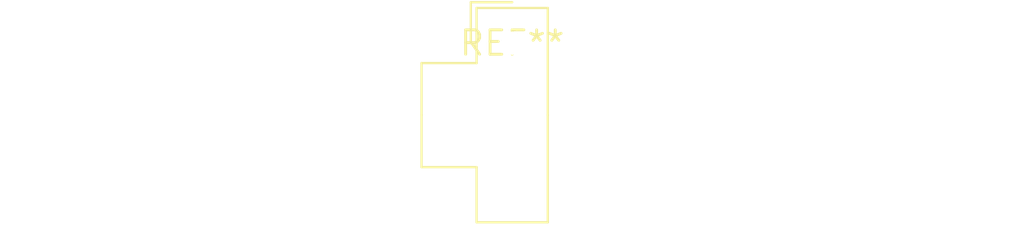
<source format=kicad_pcb>
(kicad_pcb (version 20240108) (generator pcbnew)
  (layers (0 "F.Cu" signal) (31 "B.Cu" signal) (34 "B.Paste" user) (35 "F.Paste" user) (36 "B.SilkS" user "B.Silkscreen") (37 "F.SilkS" user "F.Silkscreen") (38 "B.Mask" user) (39 "F.Mask" user) (44 "Edge.Cuts" user))
  (net 0 "")
  (footprint "Molex_Nano-Fit_105309-xx04_1x04_P2.50mm_Vertical" (layer "F.Cu") (at 0 0)
    (property "Reference" "REF**")
    (property "Value" "Molex_Nano-Fit_105309-xx04_1x04_P2.50mm_Vertical")
    (fp_line (start -4.71 1.04) (end -4.71 3.75) (layer "F.SilkS") (stroke (width 0.12)))
    (fp_line (start -4.71 6.46) (end -4.71 3.75) (layer "F.SilkS") (stroke (width 0.12)))
    (fp_line (start -2.15 -2.13) (end -2.15 0) (layer "F.SilkS") (stroke (width 0.12)))
    (fp_line (start -1.85 -1.83) (end -1.85 1.04) (layer "F.SilkS") (stroke (width 0.12)))
    (fp_line (start -1.85 1.04) (end -4.71 1.04) (layer "F.SilkS") (stroke (width 0.12)))
    (fp_line (start -1.85 6.46) (end -4.71 6.46) (layer "F.SilkS") (stroke (width 0.12)))
    (fp_line (start -1.85 9.33) (end -1.85 6.46) (layer "F.SilkS") (stroke (width 0.12)))
    (fp_line (start 0 -2.13) (end -2.15 -2.13) (layer "F.SilkS") (stroke (width 0.12)))
    (fp_line (start 1.85 -1.83) (end -1.85 -1.83) (layer "F.SilkS") (stroke (width 0.12)))
    (fp_line (start 1.85 3.75) (end 1.85 -1.83) (layer "F.SilkS") (stroke (width 0.12)))
    (fp_line (start 1.85 3.75) (end 1.85 9.33) (layer "F.SilkS") (stroke (width 0.12)))
    (fp_line (start 1.85 9.33) (end -1.85 9.33) (layer "F.SilkS") (stroke (width 0.12)))
    (pad "" np_thru_hole circle (at -1.34 3.75) (size 1.3 1.3) (drill 1.3) (layers *.Cu *.Mask))
    (pad "1" thru_hole roundrect (at 0 0) (size 2.2 1.7) (drill 1.2) (layers *.Cu *.Mask) (remove_unused_layers) (roundrect_rratio 0.147059))
    (pad "2" thru_hole oval (at 0 2.5) (size 2.2 1.7) (drill 1.2) (layers *.Cu *.Mask) (remove_unused_layers))
    (pad "3" thru_hole oval (at 0 5) (size 2.2 1.7) (drill 1.2) (layers *.Cu *.Mask) (remove_unused_layers))
    (pad "4" thru_hole oval (at 0 7.5) (size 2.2 1.7) (drill 1.2) (layers *.Cu *.Mask) (remove_unused_layers))
  )
)
</source>
